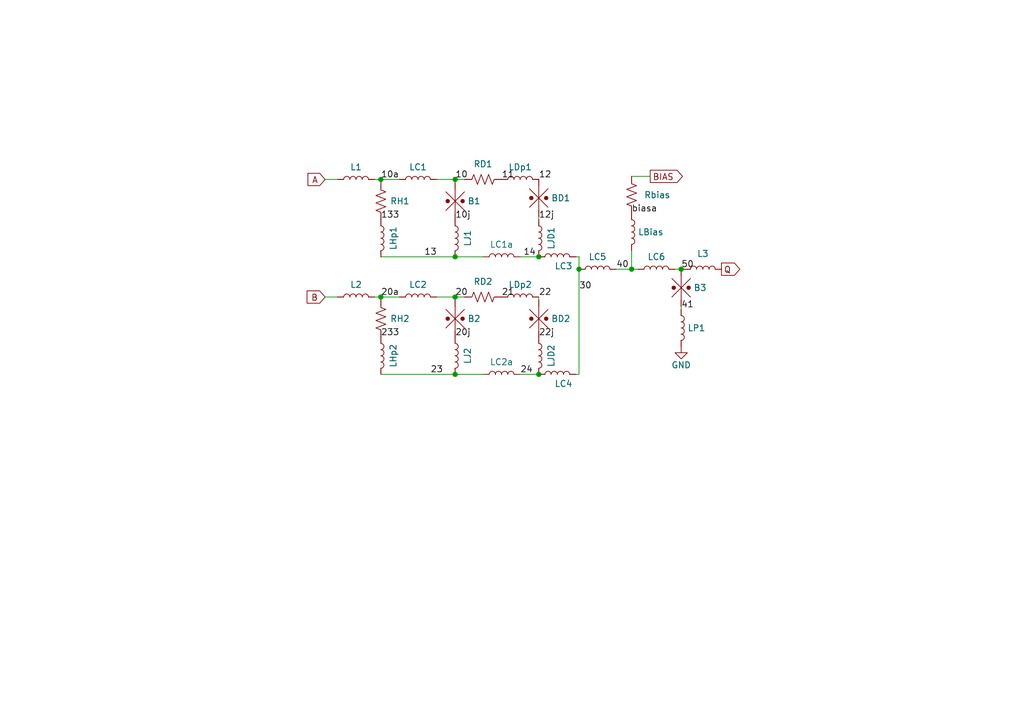
<source format=kicad_sch>
(kicad_sch (version 20211123) (generator eeschema)
  (paper "A5")
  (lib_symbols
    (symbol "Superconductors:Inductor" (pin_numbers hide) (pin_names (offset 1.016) hide)
      (property "Reference" "L" (at 0 2.032 0))
      (symbol "Inductor_0_1"
        (arc (start -1.27 0) (mid -1.905 0.635) (end -2.54 0))
        (arc (start 0 0) (mid -0.635 0.635) (end -1.27 0))
        (arc (start 1.27 0) (mid 0.635 0.635) (end 0 0))
        (arc (start 2.54 0) (mid 1.905 0.635) (end 1.27 0))
      )
      (symbol "Inductor_1_1"
        (pin passive line (at -3.81 0 0) (length 1.27) (name "1") (number "1"))
        (pin passive line (at 3.81 0 180) (length 1.27) (name "2") (number "2"))
      )
    )
    (symbol "Superconductors:Resistor" (pin_numbers hide) (pin_names (offset 0))
      (property "Reference" "R" (at 2.54 0 90))
      (symbol "Resistor_0_1"
        (polyline (pts (xy 0 -2.286) (xy 0 -2.54)))
        (polyline (pts (xy 0 2.286) (xy 0 2.54)))
        (polyline (pts (xy 0 -0.762) (xy 1.016 -1.143) (xy 0 -1.524) (xy -1.016 -1.905) (xy 0 -2.286)))
        (polyline (pts (xy 0 0.762) (xy 1.016 0.381) (xy 0 0) (xy -1.016 -0.381) (xy 0 -0.762)))
        (polyline (pts (xy 0 2.286) (xy 1.016 1.905) (xy 0 1.524) (xy -1.016 1.143) (xy 0 0.762)))
      )
      (symbol "Resistor_1_1"
        (pin passive line (at 0 3.81 270) (length 1.27) (name "~") (number "1"))
        (pin passive line (at 0 -3.81 90) (length 1.27) (name "~") (number "2"))
      )
    )
    (symbol "Superconductors:jjmit" (pin_numbers hide) (pin_names (offset 0))
      (property "Reference" "B" (at 3.175 0 90))
      (symbol "jjmit_0_1"
        (circle (center -1.524 0) (radius 0.3592) (fill (type outline)))
        (polyline (pts (xy -1.905 -1.905) (xy 1.905 1.905)))
        (polyline (pts (xy -1.905 1.905) (xy 1.905 -1.905)))
        (polyline (pts (xy 0 -2.54) (xy 0 2.54)))
        (circle (center 1.524 0) (radius 0.3592) (fill (type outline)))
      )
      (symbol "jjmit_1_1"
        (pin passive line (at 0 3.81 270) (length 1.27) (name "~") (number "1"))
        (pin passive line (at 0 -3.81 90) (length 1.27) (name "~") (number "2"))
      )
    )
    (symbol "jjmit_1" (pin_numbers hide) (pin_names (offset 0))
      (property "Reference" "B" (at 3.175 0 90))
      (symbol "jjmit_1_0_1"
        (circle (center -1.524 0) (radius 0.3592) (fill (type outline)))
        (polyline (pts (xy -1.905 -1.905) (xy 1.905 1.905)))
        (polyline (pts (xy -1.905 1.905) (xy 1.905 -1.905)))
        (polyline (pts (xy 0 -2.54) (xy 0 2.54)))
        (circle (center 1.524 0) (radius 0.3592) (fill (type outline)))
      )
      (symbol "jjmit_1_1_1"
        (pin passive line (at 0 3.81 270) (length 1.27) (name "~") (number "1"))
        (pin passive line (at 0 -3.81 90) (length 1.27) (name "~") (number "2"))
      )
    )
    (symbol "power:GND" (power) (pin_names (offset 0))
      (property "Value" "GND" (at 0 -3.81 0))
      (symbol "GND_0_1"
        (polyline (pts (xy 0 0) (xy 0 -1.27) (xy 1.27 -1.27) (xy 0 -2.54) (xy -1.27 -1.27) (xy 0 -1.27)))
      )
      (symbol "GND_1_1"
        (pin power_in line (at 0 0 270) (length 0) hide (name "GND") (number "1"))
      )
    )
  )
  (junction (at 93.345 36.83))
  (junction (at 93.345 60.96))
  (junction (at 118.745 55.245))
  (junction (at 110.49 52.705))
  (junction (at 93.345 52.705))
  (junction (at 78.105 36.83))
  (junction (at 78.105 60.96))
  (junction (at 93.345 76.835))
  (junction (at 110.49 76.835))
  (junction (at 129.54 55.245))
  (junction (at 139.7 55.245))
  (wire (pts (xy 78.105 36.83) (xy 81.915 36.83)))
  (wire (pts (xy 139.7 55.245) (xy 140.335 55.245)))
  (wire (pts (xy 78.105 60.96) (xy 81.915 60.96)))
  (wire (pts (xy 106.68 76.835) (xy 110.49 76.835)))
  (wire (pts (xy 89.535 60.96) (xy 93.345 60.96)))
  (wire (pts (xy 66.675 36.83) (xy 69.215 36.83)))
  (wire (pts (xy 126.365 55.245) (xy 129.54 55.245)))
  (wire (pts (xy 129.54 51.435) (xy 129.54 55.245)))
  (wire (pts (xy 76.835 36.83) (xy 78.105 36.83)))
  (wire (pts (xy 93.345 52.705) (xy 99.06 52.705)))
  (wire (pts (xy 118.11 52.705) (xy 118.745 52.705)))
  (wire (pts (xy 118.11 76.835) (xy 118.745 76.835)))
  (wire (pts (xy 93.345 36.83) (xy 93.345 37.465)))
  (wire (pts (xy 93.345 60.96) (xy 93.345 61.595)))
  (wire (pts (xy 133.35 36.195) (xy 129.54 36.195)))
  (wire (pts (xy 129.54 55.245) (xy 130.81 55.245)))
  (wire (pts (xy 93.345 76.835) (xy 99.06 76.835)))
  (wire (pts (xy 78.105 52.705) (xy 93.345 52.705)))
  (wire (pts (xy 110.49 44.45) (xy 110.49 45.085)))
  (wire (pts (xy 118.745 52.705) (xy 118.745 55.245)))
  (wire (pts (xy 78.105 61.595) (xy 78.105 60.96)))
  (wire (pts (xy 139.7 63.5) (xy 139.7 62.865)))
  (wire (pts (xy 93.345 36.83) (xy 95.25 36.83)))
  (wire (pts (xy 66.675 60.96) (xy 69.215 60.96)))
  (wire (pts (xy 89.535 36.83) (xy 93.345 36.83)))
  (wire (pts (xy 93.345 60.96) (xy 95.25 60.96)))
  (wire (pts (xy 138.43 55.245) (xy 139.7 55.245)))
  (wire (pts (xy 106.68 52.705) (xy 110.49 52.705)))
  (wire (pts (xy 78.105 76.835) (xy 93.345 76.835)))
  (wire (pts (xy 110.49 60.96) (xy 110.49 61.595)))
  (wire (pts (xy 118.745 55.245) (xy 118.745 76.835)))
  (wire (pts (xy 76.835 60.96) (xy 78.105 60.96)))
  (wire (pts (xy 78.105 37.465) (xy 78.105 36.83)))
  (label "20j" (at 93.345 69.215 0))
  (label "233" (at 78.105 69.215 0))
  (label "biasa" (at 129.54 43.815 0))
  (label "10j" (at 93.345 45.085 0))
  (label "23" (at 88.265 76.835 0))
  (label "24" (at 106.68 76.835 0))
  (label "14" (at 107.315 52.705 0))
  (label "133" (at 78.105 45.085 0))
  (label "10" (at 93.345 36.83 0))
  (label "30" (at 118.745 59.616 0))
  (label "20" (at 93.345 60.96 0))
  (label "21" (at 102.87 60.96 0))
  (label "50" (at 139.7 55.245 0))
  (label "40" (at 126.365 55.245 0))
  (label "12j" (at 110.49 45.085 0))
  (label "12" (at 110.49 36.83 0))
  (label "11" (at 102.87 36.83 0))
  (label "13" (at 86.995 52.705 0))
  (label "41" (at 139.7 63.5 0))
  (label "22j" (at 110.49 69.215 0))
  (label "20a" (at 78.105 60.96 0))
  (label "10a" (at 78.105 36.83 0))
  (label "22" (at 110.49 60.96 0))
  (global_label "B" (shape input) (at 66.675 60.96 180) (property "Intersheet References" "${INTERSHEET_REFS}" (effects hide)))
  (global_label "A" (shape input) (at 66.675 36.83 180) (property "Intersheet References" "${INTERSHEET_REFS}" (effects hide)))
  (global_label "Q" (shape output) (at 147.955 55.245 0) (property "Intersheet References" "${INTERSHEET_REFS}" (effects hide)))
  (global_label "BIAS" (shape output) (at 133.35 36.195 0) (property "Intersheet References" "${INTERSHEET_REFS}" (effects hide)))
  (symbol (lib_id "power:GND") (at 139.7 71.12 0) (unit 1)
    (property "Reference" "#PWR02" (effects hide))
    (property "Value" "GND" (at 139.7 74.93 0))
  )
  (symbol (lib_id "Superconductors:Inductor") (at 78.105 48.895 270) (unit 1)
    (property "Reference" "LHp1" (at 80.645 48.895 0))
    (property "Value" "Inductor" (effects hide))
  )
  (symbol (lib_id "Superconductors:jjmit") (at 110.49 40.64 180) (unit 1)
    (property "Reference" "BD1" (at 113.03 40.6399 0) (effects (justify right)))
    (property "Value" "jjmit" (effects hide))
  )
  (symbol (lib_id "Superconductors:Inductor") (at 122.555 55.245 0) (unit 1)
    (property "Reference" "LC5" (at 122.555 52.705 0))
    (property "Value" "Inductor" (effects hide))
  )
  (symbol (lib_id "Superconductors:Resistor") (at 78.105 65.405 0) (unit 1)
    (property "Reference" "RH2" (at 80.01 65.4049 0) (effects (justify left)))
    (property "Value" "Resistor" (effects hide))
  )
  (symbol (lib_id "Superconductors:Inductor") (at 106.68 36.83 0) (unit 1)
    (property "Reference" "LDp1" (at 106.68 34.29 0))
    (property "Value" "Inductor" (effects hide))
  )
  (symbol (lib_id "Superconductors:jjmit") (at 110.49 65.405 180) (unit 1)
    (property "Reference" "BD2" (at 113.03 65.4049 0) (effects (justify right)))
    (property "Value" "jjmit" (effects hide))
  )
  (symbol (lib_id "Superconductors:Inductor") (at 144.145 55.245 0) (unit 1)
    (property "Reference" "L3" (at 144.145 52.07 0))
    (property "Value" "Inductor" (effects hide))
  )
  (symbol (lib_id "Superconductors:Resistor") (at 99.06 36.83 90) (unit 1)
    (property "Reference" "RD1" (at 99.06 33.655 90))
    (property "Value" "Resistor" (effects hide))
  )
  (symbol (lib_id "Superconductors:Inductor") (at 73.025 60.96 0) (unit 1)
    (property "Reference" "L2" (at 73.025 58.42 0))
    (property "Value" "Inductor" (effects hide))
  )
  (symbol (lib_name "jjmit_1") (lib_id "Superconductors:jjmit") (at 93.345 41.275 180) (unit 1)
    (property "Reference" "B1" (at 95.885 41.275 0) (effects (justify right)))
    (property "Value" "jjmit" (effects hide))
  )
  (symbol (lib_id "Superconductors:Inductor") (at 73.025 36.83 0) (unit 1)
    (property "Reference" "L1" (at 73.025 34.29 0))
    (property "Value" "Inductor" (effects hide))
  )
  (symbol (lib_id "Superconductors:Inductor") (at 93.345 73.025 270) (unit 1)
    (property "Reference" "LJ2" (at 95.885 73.025 0))
    (property "Value" "Inductor" (effects hide))
  )
  (symbol (lib_id "Superconductors:Resistor") (at 99.06 60.96 90) (unit 1)
    (property "Reference" "RD2" (at 99.06 57.785 90))
    (property "Value" "Resistor" (effects hide))
  )
  (symbol (lib_id "Superconductors:Inductor") (at 106.68 60.96 0) (unit 1)
    (property "Reference" "LDp2" (at 106.68 58.42 0))
    (property "Value" "Inductor" (effects hide))
  )
  (symbol (lib_id "Superconductors:Inductor") (at 134.62 55.245 0) (unit 1)
    (property "Reference" "LC6" (at 134.62 52.705 0))
    (property "Value" "Inductor" (effects hide))
  )
  (symbol (lib_id "Superconductors:Inductor") (at 85.725 60.96 0) (unit 1)
    (property "Reference" "LC2" (at 85.725 58.42 0))
    (property "Value" "Inductor" (effects hide))
  )
  (symbol (lib_id "Superconductors:Inductor") (at 139.7 67.31 270) (unit 1)
    (property "Reference" "LP1" (at 140.97 67.3099 90) (effects (justify left)))
    (property "Value" "Inductor" (effects hide))
  )
  (symbol (lib_name "jjmit_1") (lib_id "Superconductors:jjmit") (at 93.345 65.405 180) (unit 1)
    (property "Reference" "B2" (at 95.885 65.405 0) (effects (justify right)))
    (property "Value" "jjmit" (effects hide))
  )
  (symbol (lib_id "Superconductors:Inductor") (at 114.3 76.835 0) (unit 1)
    (property "Reference" "LC4" (at 115.57 78.74 0))
    (property "Value" "Inductor" (effects hide))
  )
  (symbol (lib_id "Superconductors:Inductor") (at 110.49 48.895 270) (unit 1)
    (property "Reference" "LJD1" (at 113.03 48.895 0))
    (property "Value" "Inductor" (effects hide))
  )
  (symbol (lib_id "Superconductors:Inductor") (at 78.105 73.025 270) (unit 1)
    (property "Reference" "LHp2" (at 80.645 73.025 0))
    (property "Value" "Inductor" (effects hide))
  )
  (symbol (lib_name "jjmit_1") (lib_id "Superconductors:jjmit") (at 139.7 59.055 180) (unit 1)
    (property "Reference" "B3" (at 142.24 59.0549 0) (effects (justify right)))
    (property "Value" "jjmit" (effects hide))
  )
  (symbol (lib_id "Superconductors:Inductor") (at 114.3 52.705 0) (unit 1)
    (property "Reference" "LC3" (at 115.57 54.61 0))
    (property "Value" "Inductor" (effects hide))
  )
  (symbol (lib_id "Superconductors:Resistor") (at 129.54 40.005 0) (unit 1)
    (property "Reference" "Rbias" (at 132.08 40.0049 0) (effects (justify left)))
    (property "Value" "Resistor" (effects hide))
  )
  (symbol (lib_id "Superconductors:Inductor") (at 110.49 73.025 270) (unit 1)
    (property "Reference" "LJD2" (at 113.03 73.025 0))
    (property "Value" "Inductor" (effects hide))
  )
  (symbol (lib_id "Superconductors:Resistor") (at 78.105 41.275 0) (unit 1)
    (property "Reference" "RH1" (at 80.01 41.2749 0) (effects (justify left)))
    (property "Value" "Resistor" (effects hide))
  )
  (symbol (lib_id "Superconductors:Inductor") (at 102.87 76.835 0) (unit 1)
    (property "Reference" "LC2a" (at 102.87 74.295 0))
    (property "Value" "Inductor" (effects hide))
  )
  (symbol (lib_id "Superconductors:Inductor") (at 85.725 36.83 0) (unit 1)
    (property "Reference" "LC1" (at 85.725 34.29 0))
    (property "Value" "Inductor" (effects hide))
  )
  (symbol (lib_id "Superconductors:Inductor") (at 129.54 47.625 270) (unit 1)
    (property "Reference" "LBias" (at 130.81 47.6249 90) (effects (justify left)))
    (property "Value" "Inductor" (effects hide))
  )
  (symbol (lib_id "Superconductors:Inductor") (at 102.87 52.705 0) (unit 1)
    (property "Reference" "LC1a" (at 102.87 50.165 0))
    (property "Value" "Inductor" (effects hide))
  )
  (symbol (lib_id "Superconductors:Inductor") (at 93.345 48.895 270) (unit 1)
    (property "Reference" "LJ1" (at 95.885 48.895 0))
    (property "Value" "Inductor" (effects hide))
  )
)
</source>
